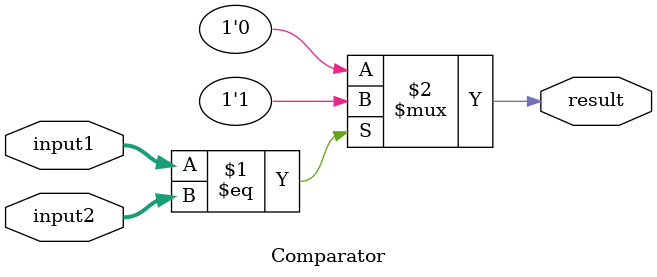
<source format=v>
module Comparator(
    input [31:0]input1 ,
    input [31:0]input2 ,
    output result
);
assign result = (input1 == input2) ? 1'b1 : 1'b0;
endmodule

</source>
